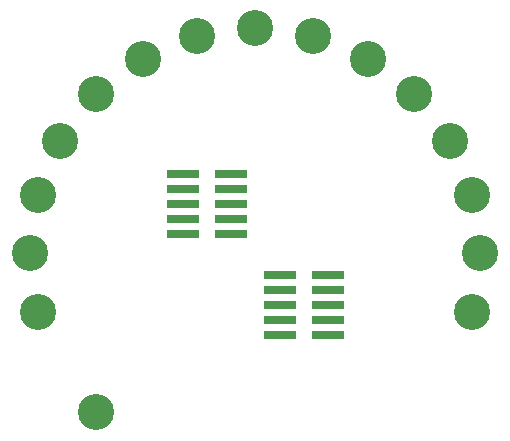
<source format=gbr>
%TF.GenerationSoftware,Altium Limited,Altium Designer,18.1.9 (240)*%
G04 Layer_Color=128*
%FSLAX26Y26*%
%MOIN*%
%TF.FileFunction,Paste,Bot*%
%TF.Part,Single*%
G01*
G75*
%TA.AperFunction,SMDPad,CuDef*%
%ADD11C,0.120000*%
%TA.AperFunction,NonConductor*%
%ADD22R,0.109840X0.029140*%
D11*
X-724000Y194000D02*
D03*
X-750000Y0D02*
D03*
X-724000Y-194000D02*
D03*
X724000D02*
D03*
X750000Y0D02*
D03*
X724000Y194000D02*
D03*
X650000Y375000D02*
D03*
X530000Y530000D02*
D03*
X375000Y649500D02*
D03*
X194000Y724000D02*
D03*
X0Y750000D02*
D03*
X-194000Y724000D02*
D03*
X-375000Y649500D02*
D03*
X-530000Y530000D02*
D03*
X-649500Y375000D02*
D03*
X-530000Y-530000D02*
D03*
D22*
X243122Y-70945D02*
D03*
Y-120945D02*
D03*
X83122D02*
D03*
X243122Y-170945D02*
D03*
X83122D02*
D03*
X243122Y-220945D02*
D03*
X83122D02*
D03*
X243122Y-270945D02*
D03*
X83122D02*
D03*
Y-70945D02*
D03*
X-80118Y264055D02*
D03*
Y214055D02*
D03*
X-240118D02*
D03*
X-80118Y164055D02*
D03*
X-240118D02*
D03*
X-80118Y114055D02*
D03*
X-240118D02*
D03*
X-80118Y64055D02*
D03*
X-240118D02*
D03*
Y264055D02*
D03*
%TF.MD5,9b90412d8fc1c60b2b4c1a20f04d5479*%
M02*

</source>
